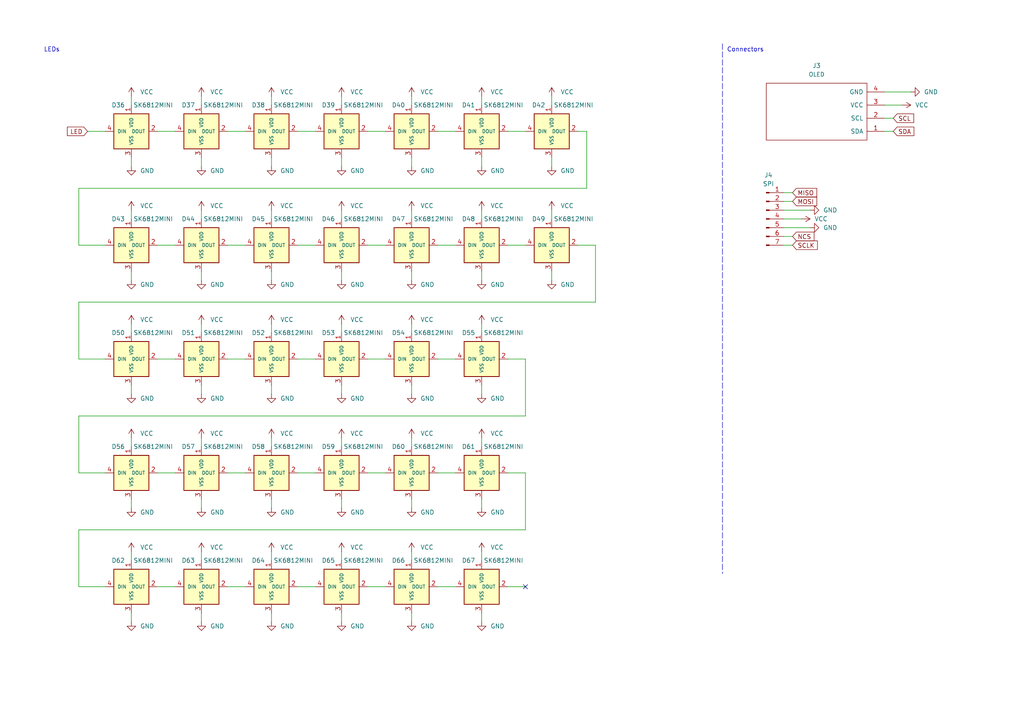
<source format=kicad_sch>
(kicad_sch (version 20211123) (generator eeschema)
  (paper "A4")
  (lib_symbols
    (symbol "ma8ic_split_69:Conn_01x07_Male" (pin_names (offset 1.016) hide)
      (property "Reference" "J" (at 0 10.16 0))
      (property "Value" "Conn_01x07_Male" (at 0 -10.16 0))
      (symbol "Conn_01x07_Male_1_1"
        (polyline (pts (xy 1.27 -7.62) (xy 0.8636 -7.62)) (stroke (width 0.1524)))
        (polyline (pts (xy 1.27 -5.08) (xy 0.8636 -5.08)) (stroke (width 0.1524)))
        (polyline (pts (xy 1.27 -2.54) (xy 0.8636 -2.54)) (stroke (width 0.1524)))
        (polyline (pts (xy 1.27 0) (xy 0.8636 0)) (stroke (width 0.1524)))
        (polyline (pts (xy 1.27 2.54) (xy 0.8636 2.54)) (stroke (width 0.1524)))
        (polyline (pts (xy 1.27 5.08) (xy 0.8636 5.08)) (stroke (width 0.1524)))
        (polyline (pts (xy 1.27 7.62) (xy 0.8636 7.62)) (stroke (width 0.1524)))
        (rectangle (start 0.8636 -7.493) (end 0 -7.747) (stroke (width 0.1524)) (fill (type outline)))
        (rectangle (start 0.8636 -4.953) (end 0 -5.207) (stroke (width 0.1524)) (fill (type outline)))
        (rectangle (start 0.8636 -2.413) (end 0 -2.667) (stroke (width 0.1524)) (fill (type outline)))
        (rectangle (start 0.8636 0.127) (end 0 -0.127) (stroke (width 0.1524)) (fill (type outline)))
        (rectangle (start 0.8636 2.667) (end 0 2.413) (stroke (width 0.1524)) (fill (type outline)))
        (rectangle (start 0.8636 5.207) (end 0 4.953) (stroke (width 0.1524)) (fill (type outline)))
        (rectangle (start 0.8636 7.747) (end 0 7.493) (stroke (width 0.1524)) (fill (type outline)))
        (pin passive line (at 5.08 7.62 180) (length 3.81) (name "Pin_1") (number "1"))
        (pin passive line (at 5.08 5.08 180) (length 3.81) (name "Pin_2") (number "2"))
        (pin passive line (at 5.08 2.54 180) (length 3.81) (name "Pin_3") (number "3"))
        (pin passive line (at 5.08 0 180) (length 3.81) (name "Pin_4") (number "4"))
        (pin passive line (at 5.08 -2.54 180) (length 3.81) (name "Pin_5") (number "5"))
        (pin passive line (at 5.08 -5.08 180) (length 3.81) (name "Pin_6") (number "6"))
        (pin passive line (at 5.08 -7.62 180) (length 3.81) (name "Pin_7") (number "7"))
      )
    )
    (symbol "ma8ic_split_69:GND" (power) (pin_names (offset 0))
      (property "Value" "GND" (at 0 -3.81 0))
      (symbol "GND_0_1"
        (polyline (pts (xy 0 0) (xy 0 -1.27) (xy 1.27 -1.27) (xy 0 -2.54) (xy -1.27 -1.27) (xy 0 -1.27)))
      )
      (symbol "GND_1_1"
        (pin power_in line (at 0 0 270) (length 0) hide (name "GND") (number "1"))
      )
    )
    (symbol "ma8ic_split_69:OLED" (pin_names (offset 1.016))
      (property "Reference" "J" (at 0 2.54 0))
      (property "Value" "OLED" (at 0 -1.27 0))
      (symbol "OLED_0_1"
        (rectangle (start -13.97 8.89) (end 15.24 -7.62))
      )
      (symbol "OLED_1_1"
        (pin bidirectional line (at -19.05 6.35 0) (length 5.08) (name "SDA") (number "1"))
        (pin bidirectional line (at -19.05 2.54 0) (length 5.08) (name "SCL") (number "2"))
        (pin power_in line (at -19.05 -1.27 0) (length 5.08) (name "VCC") (number "3"))
        (pin power_in line (at -19.05 -5.08 0) (length 5.08) (name "GND") (number "4"))
      )
    )
    (symbol "ma8ic_split_69:VCC" (power) (pin_names (offset 0))
      (property "Value" "VCC" (at 0 3.81 0))
      (symbol "VCC_0_1"
        (polyline (pts (xy -0.762 1.27) (xy 0 2.54)))
        (polyline (pts (xy 0 0) (xy 0 2.54)))
        (polyline (pts (xy 0 2.54) (xy 0.762 1.27)))
      )
      (symbol "VCC_1_1"
        (pin power_in line (at 0 0 90) (length 0) hide (name "VCC") (number "1"))
      )
    )
    (symbol "ma8ic_split_69:YS-SK6812MINI-E" (pin_names (offset 1.016))
      (property "Reference" "LED" (at 2.54 -7.62 0))
      (property "Value" "YS-SK6812MINI-E" (at 6.35 -6.35 0))
      (symbol "YS-SK6812MINI-E_0_1"
        (rectangle (start -5.08 5.08) (end 5.08 -5.08) (stroke (width 0.254)) (fill (type background)))
      )
      (symbol "YS-SK6812MINI-E_1_1"
        (pin power_in line (at 0 7.62 270) (length 2.54) (name "VDD") (number "1"))
        (pin output line (at 7.62 0 180) (length 2.54) (name "DOUT") (number "2"))
        (pin power_in line (at 0 -7.62 90) (length 2.54) (name "VSS") (number "3"))
        (pin input line (at -7.62 0 0) (length 2.54) (name "DIN") (number "4"))
      )
    )
  )
  (no_connect (at 152.4 170.18))
  (wire (pts (xy 45.72 38.1) (xy 50.8 38.1)))
  (wire (pts (xy 139.7 177.8) (xy 139.7 180.34)))
  (wire (pts (xy 256.54 34.29) (xy 259.08 34.29)))
  (wire (pts (xy 119.38 111.76) (xy 119.38 114.3)))
  (wire (pts (xy 22.86 137.16) (xy 30.48 137.16)))
  (wire (pts (xy 58.42 144.78) (xy 58.42 147.32)))
  (wire (pts (xy 22.86 104.14) (xy 30.48 104.14)))
  (wire (pts (xy 139.7 93.98) (xy 139.7 96.52)))
  (wire (pts (xy 66.04 71.12) (xy 71.12 71.12)))
  (wire (pts (xy 139.7 45.72) (xy 139.7 48.26)))
  (wire (pts (xy 58.42 127) (xy 58.42 129.54)))
  (wire (pts (xy 106.68 104.14) (xy 111.76 104.14)))
  (wire (pts (xy 66.04 137.16) (xy 71.12 137.16)))
  (wire (pts (xy 86.36 170.18) (xy 91.44 170.18)))
  (wire (pts (xy 227.33 60.96) (xy 234.95 60.96)))
  (wire (pts (xy 78.74 78.74) (xy 78.74 81.28)))
  (wire (pts (xy 106.68 137.16) (xy 111.76 137.16)))
  (wire (pts (xy 119.38 27.94) (xy 119.38 30.48)))
  (wire (pts (xy 78.74 27.94) (xy 78.74 30.48)))
  (wire (pts (xy 170.18 38.1) (xy 170.18 54.61)))
  (wire (pts (xy 99.06 60.96) (xy 99.06 63.5)))
  (wire (pts (xy 227.33 58.42) (xy 229.87 58.42)))
  (wire (pts (xy 58.42 60.96) (xy 58.42 63.5)))
  (wire (pts (xy 86.36 71.12) (xy 91.44 71.12)))
  (wire (pts (xy 147.32 71.12) (xy 152.4 71.12)))
  (wire (pts (xy 256.54 26.67) (xy 264.16 26.67)))
  (wire (pts (xy 99.06 27.94) (xy 99.06 30.48)))
  (wire (pts (xy 86.36 104.14) (xy 91.44 104.14)))
  (wire (pts (xy 99.06 160.02) (xy 99.06 162.56)))
  (wire (pts (xy 78.74 127) (xy 78.74 129.54)))
  (wire (pts (xy 139.7 111.76) (xy 139.7 114.3)))
  (wire (pts (xy 66.04 170.18) (xy 71.12 170.18)))
  (wire (pts (xy 38.1 93.98) (xy 38.1 96.52)))
  (wire (pts (xy 256.54 38.1) (xy 259.08 38.1)))
  (wire (pts (xy 45.72 71.12) (xy 50.8 71.12)))
  (wire (pts (xy 78.74 60.96) (xy 78.74 63.5)))
  (wire (pts (xy 38.1 127) (xy 38.1 129.54)))
  (wire (pts (xy 38.1 45.72) (xy 38.1 48.26)))
  (wire (pts (xy 22.86 120.65) (xy 22.86 137.16)))
  (wire (pts (xy 99.06 177.8) (xy 99.06 180.34)))
  (wire (pts (xy 25.4 38.1) (xy 30.48 38.1)))
  (wire (pts (xy 167.64 71.12) (xy 172.72 71.12)))
  (wire (pts (xy 99.06 78.74) (xy 99.06 81.28)))
  (wire (pts (xy 22.86 71.12) (xy 30.48 71.12)))
  (wire (pts (xy 58.42 160.02) (xy 58.42 162.56)))
  (wire (pts (xy 127 170.18) (xy 132.08 170.18)))
  (wire (pts (xy 99.06 45.72) (xy 99.06 48.26)))
  (wire (pts (xy 38.1 60.96) (xy 38.1 63.5)))
  (wire (pts (xy 160.02 45.72) (xy 160.02 48.26)))
  (wire (pts (xy 22.86 87.63) (xy 22.86 104.14)))
  (wire (pts (xy 58.42 45.72) (xy 58.42 48.26)))
  (wire (pts (xy 38.1 111.76) (xy 38.1 114.3)))
  (wire (pts (xy 99.06 127) (xy 99.06 129.54)))
  (wire (pts (xy 139.7 160.02) (xy 139.7 162.56)))
  (wire (pts (xy 139.7 127) (xy 139.7 129.54)))
  (wire (pts (xy 106.68 38.1) (xy 111.76 38.1)))
  (wire (pts (xy 119.38 127) (xy 119.38 129.54)))
  (wire (pts (xy 139.7 60.96) (xy 139.7 63.5)))
  (wire (pts (xy 172.72 71.12) (xy 172.72 87.63)))
  (wire (pts (xy 45.72 104.14) (xy 50.8 104.14)))
  (polyline (pts (xy 209.55 12.7) (xy 209.55 166.37)))
  (wire (pts (xy 147.32 104.14) (xy 152.4 104.14)))
  (wire (pts (xy 147.32 38.1) (xy 152.4 38.1)))
  (wire (pts (xy 152.4 120.65) (xy 22.86 120.65)))
  (wire (pts (xy 227.33 55.88) (xy 229.87 55.88)))
  (wire (pts (xy 45.72 137.16) (xy 50.8 137.16)))
  (wire (pts (xy 78.74 93.98) (xy 78.74 96.52)))
  (wire (pts (xy 152.4 153.67) (xy 22.86 153.67)))
  (wire (pts (xy 119.38 160.02) (xy 119.38 162.56)))
  (wire (pts (xy 127 104.14) (xy 132.08 104.14)))
  (wire (pts (xy 127 71.12) (xy 132.08 71.12)))
  (wire (pts (xy 78.74 177.8) (xy 78.74 180.34)))
  (wire (pts (xy 86.36 137.16) (xy 91.44 137.16)))
  (wire (pts (xy 160.02 27.94) (xy 160.02 30.48)))
  (wire (pts (xy 147.32 170.18) (xy 152.4 170.18)))
  (wire (pts (xy 160.02 60.96) (xy 160.02 63.5)))
  (wire (pts (xy 119.38 144.78) (xy 119.38 147.32)))
  (wire (pts (xy 227.33 63.5) (xy 232.41 63.5)))
  (wire (pts (xy 78.74 160.02) (xy 78.74 162.56)))
  (wire (pts (xy 106.68 170.18) (xy 111.76 170.18)))
  (wire (pts (xy 119.38 93.98) (xy 119.38 96.52)))
  (wire (pts (xy 127 38.1) (xy 132.08 38.1)))
  (wire (pts (xy 119.38 78.74) (xy 119.38 81.28)))
  (wire (pts (xy 119.38 45.72) (xy 119.38 48.26)))
  (wire (pts (xy 170.18 54.61) (xy 22.86 54.61)))
  (wire (pts (xy 99.06 111.76) (xy 99.06 114.3)))
  (wire (pts (xy 38.1 160.02) (xy 38.1 162.56)))
  (wire (pts (xy 256.54 30.48) (xy 261.62 30.48)))
  (wire (pts (xy 22.86 170.18) (xy 30.48 170.18)))
  (wire (pts (xy 78.74 111.76) (xy 78.74 114.3)))
  (wire (pts (xy 139.7 144.78) (xy 139.7 147.32)))
  (wire (pts (xy 119.38 177.8) (xy 119.38 180.34)))
  (wire (pts (xy 86.36 38.1) (xy 91.44 38.1)))
  (wire (pts (xy 152.4 137.16) (xy 152.4 153.67)))
  (wire (pts (xy 58.42 177.8) (xy 58.42 180.34)))
  (wire (pts (xy 58.42 27.94) (xy 58.42 30.48)))
  (wire (pts (xy 99.06 144.78) (xy 99.06 147.32)))
  (wire (pts (xy 22.86 153.67) (xy 22.86 170.18)))
  (wire (pts (xy 66.04 104.14) (xy 71.12 104.14)))
  (wire (pts (xy 227.33 71.12) (xy 229.87 71.12)))
  (wire (pts (xy 106.68 71.12) (xy 111.76 71.12)))
  (wire (pts (xy 38.1 78.74) (xy 38.1 81.28)))
  (wire (pts (xy 152.4 104.14) (xy 152.4 120.65)))
  (wire (pts (xy 78.74 144.78) (xy 78.74 147.32)))
  (wire (pts (xy 78.74 45.72) (xy 78.74 48.26)))
  (wire (pts (xy 139.7 78.74) (xy 139.7 81.28)))
  (wire (pts (xy 127 137.16) (xy 132.08 137.16)))
  (wire (pts (xy 45.72 170.18) (xy 50.8 170.18)))
  (wire (pts (xy 227.33 66.04) (xy 234.95 66.04)))
  (wire (pts (xy 139.7 27.94) (xy 139.7 30.48)))
  (wire (pts (xy 22.86 54.61) (xy 22.86 71.12)))
  (wire (pts (xy 38.1 27.94) (xy 38.1 30.48)))
  (wire (pts (xy 38.1 177.8) (xy 38.1 180.34)))
  (wire (pts (xy 58.42 111.76) (xy 58.42 114.3)))
  (wire (pts (xy 58.42 93.98) (xy 58.42 96.52)))
  (wire (pts (xy 227.33 68.58) (xy 229.87 68.58)))
  (wire (pts (xy 172.72 87.63) (xy 22.86 87.63)))
  (wire (pts (xy 167.64 38.1) (xy 170.18 38.1)))
  (wire (pts (xy 38.1 144.78) (xy 38.1 147.32)))
  (wire (pts (xy 147.32 137.16) (xy 152.4 137.16)))
  (wire (pts (xy 58.42 78.74) (xy 58.42 81.28)))
  (wire (pts (xy 99.06 93.98) (xy 99.06 96.52)))
  (wire (pts (xy 119.38 60.96) (xy 119.38 63.5)))
  (wire (pts (xy 66.04 38.1) (xy 71.12 38.1)))
  (wire (pts (xy 160.02 78.74) (xy 160.02 81.28)))
  (text "LEDs" (at 12.7 15.24 0) (effects (font (size 1.27 1.27)) (justify left bottom)))
  (text "Connectors" (at 210.82 15.24 0) (effects (font (size 1.27 1.27)) (justify left bottom)))
  (global_label "SCLK" (shape input) (at 229.87 71.12 0) (property "Intersheet References" "${INTERSHEET_REFS}" (effects hide)))
  (global_label "SCL" (shape input) (at 259.08 34.29 0) (property "Intersheet References" "${INTERSHEET_REFS}" (effects hide)))
  (global_label "NCS" (shape input) (at 229.87 68.58 0) (property "Intersheet References" "${INTERSHEET_REFS}" (effects hide)))
  (global_label "MOSI" (shape input) (at 229.87 58.42 0) (property "Intersheet References" "${INTERSHEET_REFS}" (effects hide)))
  (global_label "LED" (shape input) (at 25.4 38.1 180) (property "Intersheet References" "${INTERSHEET_REFS}" (effects hide)))
  (global_label "MISO" (shape input) (at 229.87 55.88 0) (property "Intersheet References" "${INTERSHEET_REFS}" (effects hide)))
  (global_label "SDA" (shape input) (at 259.08 38.1 0) (property "Intersheet References" "${INTERSHEET_REFS}" (effects hide)))
  (symbol (lib_id "ma8ic_split_69:VCC") (at 38.1 160.02 0) (unit 1)
    (property "Reference" "#PWR087" (effects hide))
    (property "Value" "VCC" (at 40.64 158.7499 0) (effects (justify left)))
  )
  (symbol (lib_id "ma8ic_split_69:YS-SK6812MINI-E") (at 99.06 104.14 0) (unit 1)
    (property "Reference" "D53" (at 95.25 96.52 0))
    (property "Value" "SK6812MINI" (at 105.41 96.52 0))
    (property "Footprint" "ma8ic_split_69:YS-SK6812MINI-E" (effects hide))
    (property "Datasheet" "https://cdn-shop.adafruit.com/product-files/2686/SK6812MINI_REV.01-1-2.pdf" (effects hide))
  )
  (symbol (lib_id "ma8ic_split_69:VCC") (at 78.74 127 0) (unit 1)
    (property "Reference" "#PWR077" (effects hide))
    (property "Value" "VCC" (at 81.28 125.7299 0) (effects (justify left)))
  )
  (symbol (lib_id "ma8ic_split_69:GND") (at 119.38 48.26 0) (unit 1)
    (property "Reference" "#PWR043" (effects hide))
    (property "Value" "GND" (at 121.92 49.5299 0) (effects (justify left)))
  )
  (symbol (lib_id "ma8ic_split_69:GND") (at 99.06 180.34 0) (unit 1)
    (property "Reference" "#PWR096" (effects hide))
    (property "Value" "GND" (at 101.6 181.6099 0) (effects (justify left)))
  )
  (symbol (lib_id "ma8ic_split_69:GND") (at 58.42 147.32 0) (unit 1)
    (property "Reference" "#PWR082" (effects hide))
    (property "Value" "GND" (at 60.96 148.5899 0) (effects (justify left)))
  )
  (symbol (lib_id "ma8ic_split_69:GND") (at 58.42 114.3 0) (unit 1)
    (property "Reference" "#PWR070" (effects hide))
    (property "Value" "GND" (at 60.96 115.5699 0) (effects (justify left)))
  )
  (symbol (lib_id "ma8ic_split_69:GND") (at 234.95 60.96 90) (unit 1)
    (property "Reference" "#PWR053" (effects hide))
    (property "Value" "GND" (at 238.76 60.9599 90) (effects (justify right)))
  )
  (symbol (lib_id "ma8ic_split_69:VCC") (at 58.42 60.96 0) (unit 1)
    (property "Reference" "#PWR047" (effects hide))
    (property "Value" "VCC" (at 60.96 59.6899 0) (effects (justify left)))
  )
  (symbol (lib_id "ma8ic_split_69:GND") (at 78.74 48.26 0) (unit 1)
    (property "Reference" "#PWR041" (effects hide))
    (property "Value" "GND" (at 81.28 49.5299 0) (effects (justify left)))
  )
  (symbol (lib_id "ma8ic_split_69:YS-SK6812MINI-E") (at 139.7 38.1 0) (unit 1)
    (property "Reference" "D41" (at 135.89 30.48 0))
    (property "Value" "SK6812MINI" (at 146.05 30.48 0))
    (property "Footprint" "ma8ic_split_69:YS-SK6812MINI-E" (effects hide))
    (property "Datasheet" "https://cdn-shop.adafruit.com/product-files/2686/SK6812MINI_REV.01-1-2.pdf" (effects hide))
  )
  (symbol (lib_id "ma8ic_split_69:YS-SK6812MINI-E") (at 119.38 137.16 0) (unit 1)
    (property "Reference" "D60" (at 115.57 129.54 0))
    (property "Value" "SK6812MINI" (at 125.73 129.54 0))
    (property "Footprint" "ma8ic_split_69:YS-SK6812MINI-E" (effects hide))
    (property "Datasheet" "https://cdn-shop.adafruit.com/product-files/2686/SK6812MINI_REV.01-1-2.pdf" (effects hide))
  )
  (symbol (lib_id "ma8ic_split_69:GND") (at 78.74 81.28 0) (unit 1)
    (property "Reference" "#PWR058" (effects hide))
    (property "Value" "GND" (at 81.28 82.5499 0) (effects (justify left)))
  )
  (symbol (lib_id "ma8ic_split_69:VCC") (at 99.06 60.96 0) (unit 1)
    (property "Reference" "#PWR049" (effects hide))
    (property "Value" "VCC" (at 101.6 59.6899 0) (effects (justify left)))
  )
  (symbol (lib_id "ma8ic_split_69:VCC") (at 38.1 127 0) (unit 1)
    (property "Reference" "#PWR075" (effects hide))
    (property "Value" "VCC" (at 40.64 125.7299 0) (effects (justify left)))
  )
  (symbol (lib_id "ma8ic_split_69:YS-SK6812MINI-E") (at 139.7 71.12 0) (unit 1)
    (property "Reference" "D48" (at 135.89 63.5 0))
    (property "Value" "SK6812MINI" (at 146.05 63.5 0))
    (property "Footprint" "ma8ic_split_69:YS-SK6812MINI-E" (effects hide))
    (property "Datasheet" "https://cdn-shop.adafruit.com/product-files/2686/SK6812MINI_REV.01-1-2.pdf" (effects hide))
  )
  (symbol (lib_id "ma8ic_split_69:GND") (at 139.7 147.32 0) (unit 1)
    (property "Reference" "#PWR086" (effects hide))
    (property "Value" "GND" (at 142.24 148.5899 0) (effects (justify left)))
  )
  (symbol (lib_id "ma8ic_split_69:GND") (at 99.06 81.28 0) (unit 1)
    (property "Reference" "#PWR059" (effects hide))
    (property "Value" "GND" (at 101.6 82.5499 0) (effects (justify left)))
  )
  (symbol (lib_id "ma8ic_split_69:GND") (at 139.7 114.3 0) (unit 1)
    (property "Reference" "#PWR074" (effects hide))
    (property "Value" "GND" (at 142.24 115.5699 0) (effects (justify left)))
  )
  (symbol (lib_id "ma8ic_split_69:VCC") (at 261.62 30.48 270) (unit 1)
    (property "Reference" "#PWR038" (effects hide))
    (property "Value" "VCC" (at 265.43 30.4799 90) (effects (justify left)))
  )
  (symbol (lib_id "ma8ic_split_69:YS-SK6812MINI-E") (at 78.74 71.12 0) (unit 1)
    (property "Reference" "D45" (at 74.93 63.5 0))
    (property "Value" "SK6812MINI" (at 85.09 63.5 0))
    (property "Footprint" "ma8ic_split_69:YS-SK6812MINI-E" (effects hide))
    (property "Datasheet" "https://cdn-shop.adafruit.com/product-files/2686/SK6812MINI_REV.01-1-2.pdf" (effects hide))
  )
  (symbol (lib_id "ma8ic_split_69:GND") (at 119.38 147.32 0) (unit 1)
    (property "Reference" "#PWR085" (effects hide))
    (property "Value" "GND" (at 121.92 148.5899 0) (effects (justify left)))
  )
  (symbol (lib_id "ma8ic_split_69:GND") (at 58.42 48.26 0) (unit 1)
    (property "Reference" "#PWR040" (effects hide))
    (property "Value" "GND" (at 60.96 49.5299 0) (effects (justify left)))
  )
  (symbol (lib_id "ma8ic_split_69:YS-SK6812MINI-E") (at 58.42 104.14 0) (unit 1)
    (property "Reference" "D51" (at 54.61 96.52 0))
    (property "Value" "SK6812MINI" (at 64.77 96.52 0))
    (property "Footprint" "ma8ic_split_69:YS-SK6812MINI-E" (effects hide))
    (property "Datasheet" "https://cdn-shop.adafruit.com/product-files/2686/SK6812MINI_REV.01-1-2.pdf" (effects hide))
  )
  (symbol (lib_id "ma8ic_split_69:YS-SK6812MINI-E") (at 139.7 104.14 0) (unit 1)
    (property "Reference" "D55" (at 135.89 96.52 0))
    (property "Value" "SK6812MINI" (at 146.05 96.52 0))
    (property "Footprint" "ma8ic_split_69:YS-SK6812MINI-E" (effects hide))
    (property "Datasheet" "https://cdn-shop.adafruit.com/product-files/2686/SK6812MINI_REV.01-1-2.pdf" (effects hide))
  )
  (symbol (lib_id "ma8ic_split_69:GND") (at 139.7 180.34 0) (unit 1)
    (property "Reference" "#PWR098" (effects hide))
    (property "Value" "GND" (at 142.24 181.6099 0) (effects (justify left)))
  )
  (symbol (lib_id "ma8ic_split_69:YS-SK6812MINI-E") (at 38.1 104.14 0) (unit 1)
    (property "Reference" "D50" (at 34.29 96.52 0))
    (property "Value" "SK6812MINI" (at 44.45 96.52 0))
    (property "Footprint" "ma8ic_split_69:YS-SK6812MINI-E" (effects hide))
    (property "Datasheet" "https://cdn-shop.adafruit.com/product-files/2686/SK6812MINI_REV.01-1-2.pdf" (effects hide))
  )
  (symbol (lib_id "ma8ic_split_69:YS-SK6812MINI-E") (at 139.7 137.16 0) (unit 1)
    (property "Reference" "D61" (at 135.89 129.54 0))
    (property "Value" "SK6812MINI" (at 146.05 129.54 0))
    (property "Footprint" "ma8ic_split_69:YS-SK6812MINI-E" (effects hide))
    (property "Datasheet" "https://cdn-shop.adafruit.com/product-files/2686/SK6812MINI_REV.01-1-2.pdf" (effects hide))
  )
  (symbol (lib_id "ma8ic_split_69:GND") (at 160.02 48.26 0) (unit 1)
    (property "Reference" "#PWR045" (effects hide))
    (property "Value" "GND" (at 162.56 49.5299 0) (effects (justify left)))
  )
  (symbol (lib_id "ma8ic_split_69:VCC") (at 119.38 60.96 0) (unit 1)
    (property "Reference" "#PWR050" (effects hide))
    (property "Value" "VCC" (at 121.92 59.6899 0) (effects (justify left)))
  )
  (symbol (lib_id "ma8ic_split_69:VCC") (at 119.38 27.94 0) (unit 1)
    (property "Reference" "#PWR035" (effects hide))
    (property "Value" "VCC" (at 121.92 26.6699 0) (effects (justify left)))
  )
  (symbol (lib_id "ma8ic_split_69:GND") (at 38.1 114.3 0) (unit 1)
    (property "Reference" "#PWR069" (effects hide))
    (property "Value" "GND" (at 40.64 115.5699 0) (effects (justify left)))
  )
  (symbol (lib_id "ma8ic_split_69:GND") (at 38.1 147.32 0) (unit 1)
    (property "Reference" "#PWR081" (effects hide))
    (property "Value" "GND" (at 40.64 148.5899 0) (effects (justify left)))
  )
  (symbol (lib_id "ma8ic_split_69:YS-SK6812MINI-E") (at 58.42 71.12 0) (unit 1)
    (property "Reference" "D44" (at 54.61 63.5 0))
    (property "Value" "SK6812MINI" (at 64.77 63.5 0))
    (property "Footprint" "ma8ic_split_69:YS-SK6812MINI-E" (effects hide))
    (property "Datasheet" "https://cdn-shop.adafruit.com/product-files/2686/SK6812MINI_REV.01-1-2.pdf" (effects hide))
  )
  (symbol (lib_id "ma8ic_split_69:GND") (at 139.7 81.28 0) (unit 1)
    (property "Reference" "#PWR061" (effects hide))
    (property "Value" "GND" (at 142.24 82.5499 0) (effects (justify left)))
  )
  (symbol (lib_id "ma8ic_split_69:VCC") (at 119.38 93.98 0) (unit 1)
    (property "Reference" "#PWR067" (effects hide))
    (property "Value" "VCC" (at 121.92 92.7099 0) (effects (justify left)))
  )
  (symbol (lib_id "ma8ic_split_69:GND") (at 78.74 180.34 0) (unit 1)
    (property "Reference" "#PWR095" (effects hide))
    (property "Value" "GND" (at 81.28 181.6099 0) (effects (justify left)))
  )
  (symbol (lib_id "ma8ic_split_69:VCC") (at 58.42 160.02 0) (unit 1)
    (property "Reference" "#PWR088" (effects hide))
    (property "Value" "VCC" (at 60.96 158.7499 0) (effects (justify left)))
  )
  (symbol (lib_id "ma8ic_split_69:GND") (at 58.42 81.28 0) (unit 1)
    (property "Reference" "#PWR057" (effects hide))
    (property "Value" "GND" (at 60.96 82.5499 0) (effects (justify left)))
  )
  (symbol (lib_id "ma8ic_split_69:YS-SK6812MINI-E") (at 119.38 104.14 0) (unit 1)
    (property "Reference" "D54" (at 115.57 96.52 0))
    (property "Value" "SK6812MINI" (at 125.73 96.52 0))
    (property "Footprint" "ma8ic_split_69:YS-SK6812MINI-E" (effects hide))
    (property "Datasheet" "https://cdn-shop.adafruit.com/product-files/2686/SK6812MINI_REV.01-1-2.pdf" (effects hide))
  )
  (symbol (lib_id "ma8ic_split_69:VCC") (at 78.74 27.94 0) (unit 1)
    (property "Reference" "#PWR033" (effects hide))
    (property "Value" "VCC" (at 81.28 26.6699 0) (effects (justify left)))
  )
  (symbol (lib_id "ma8ic_split_69:VCC") (at 232.41 63.5 270) (unit 1)
    (property "Reference" "#PWR054" (effects hide))
    (property "Value" "VCC" (at 236.22 63.4999 90) (effects (justify left)))
  )
  (symbol (lib_id "ma8ic_split_69:GND") (at 234.95 66.04 90) (unit 1)
    (property "Reference" "#PWR055" (effects hide))
    (property "Value" "GND" (at 238.76 66.0399 90) (effects (justify right)))
  )
  (symbol (lib_id "ma8ic_split_69:YS-SK6812MINI-E") (at 139.7 170.18 0) (unit 1)
    (property "Reference" "D67" (at 135.89 162.56 0))
    (property "Value" "SK6812MINI" (at 146.05 162.56 0))
    (property "Footprint" "ma8ic_split_69:YS-SK6812MINI-E" (effects hide))
    (property "Datasheet" "https://cdn-shop.adafruit.com/product-files/2686/SK6812MINI_REV.01-1-2.pdf" (effects hide))
  )
  (symbol (lib_id "ma8ic_split_69:VCC") (at 38.1 93.98 0) (unit 1)
    (property "Reference" "#PWR063" (effects hide))
    (property "Value" "VCC" (at 40.64 92.7099 0) (effects (justify left)))
  )
  (symbol (lib_id "ma8ic_split_69:GND") (at 119.38 81.28 0) (unit 1)
    (property "Reference" "#PWR060" (effects hide))
    (property "Value" "GND" (at 121.92 82.5499 0) (effects (justify left)))
  )
  (symbol (lib_id "ma8ic_split_69:YS-SK6812MINI-E") (at 58.42 38.1 0) (unit 1)
    (property "Reference" "D37" (at 54.61 30.48 0))
    (property "Value" "SK6812MINI" (at 64.77 30.48 0))
    (property "Footprint" "ma8ic_split_69:YS-SK6812MINI-E" (effects hide))
    (property "Datasheet" "https://cdn-shop.adafruit.com/product-files/2686/SK6812MINI_REV.01-1-2.pdf" (effects hide))
  )
  (symbol (lib_id "ma8ic_split_69:VCC") (at 58.42 127 0) (unit 1)
    (property "Reference" "#PWR076" (effects hide))
    (property "Value" "VCC" (at 60.96 125.7299 0) (effects (justify left)))
  )
  (symbol (lib_id "ma8ic_split_69:YS-SK6812MINI-E") (at 99.06 38.1 0) (unit 1)
    (property "Reference" "D39" (at 95.25 30.48 0))
    (property "Value" "SK6812MINI" (at 105.41 30.48 0))
    (property "Footprint" "ma8ic_split_69:YS-SK6812MINI-E" (effects hide))
    (property "Datasheet" "https://cdn-shop.adafruit.com/product-files/2686/SK6812MINI_REV.01-1-2.pdf" (effects hide))
  )
  (symbol (lib_id "ma8ic_split_69:YS-SK6812MINI-E") (at 119.38 170.18 0) (unit 1)
    (property "Reference" "D66" (at 115.57 162.56 0))
    (property "Value" "SK6812MINI" (at 125.73 162.56 0))
    (property "Footprint" "ma8ic_split_69:YS-SK6812MINI-E" (effects hide))
    (property "Datasheet" "https://cdn-shop.adafruit.com/product-files/2686/SK6812MINI_REV.01-1-2.pdf" (effects hide))
  )
  (symbol (lib_id "ma8ic_split_69:VCC") (at 99.06 127 0) (unit 1)
    (property "Reference" "#PWR078" (effects hide))
    (property "Value" "VCC" (at 101.6 125.7299 0) (effects (justify left)))
  )
  (symbol (lib_id "ma8ic_split_69:GND") (at 160.02 81.28 0) (unit 1)
    (property "Reference" "#PWR062" (effects hide))
    (property "Value" "GND" (at 162.56 82.5499 0) (effects (justify left)))
  )
  (symbol (lib_id "ma8ic_split_69:YS-SK6812MINI-E") (at 160.02 71.12 0) (unit 1)
    (property "Reference" "D49" (at 156.21 63.5 0))
    (property "Value" "SK6812MINI" (at 166.37 63.5 0))
    (property "Footprint" "ma8ic_split_69:YS-SK6812MINI-E" (effects hide))
    (property "Datasheet" "https://cdn-shop.adafruit.com/product-files/2686/SK6812MINI_REV.01-1-2.pdf" (effects hide))
  )
  (symbol (lib_id "ma8ic_split_69:YS-SK6812MINI-E") (at 99.06 71.12 0) (unit 1)
    (property "Reference" "D46" (at 95.25 63.5 0))
    (property "Value" "SK6812MINI" (at 105.41 63.5 0))
    (property "Footprint" "ma8ic_split_69:YS-SK6812MINI-E" (effects hide))
    (property "Datasheet" "https://cdn-shop.adafruit.com/product-files/2686/SK6812MINI_REV.01-1-2.pdf" (effects hide))
  )
  (symbol (lib_id "ma8ic_split_69:VCC") (at 78.74 93.98 0) (unit 1)
    (property "Reference" "#PWR065" (effects hide))
    (property "Value" "VCC" (at 81.28 92.7099 0) (effects (justify left)))
  )
  (symbol (lib_id "ma8ic_split_69:VCC") (at 99.06 27.94 0) (unit 1)
    (property "Reference" "#PWR034" (effects hide))
    (property "Value" "VCC" (at 101.6 26.6699 0) (effects (justify left)))
  )
  (symbol (lib_id "ma8ic_split_69:YS-SK6812MINI-E") (at 78.74 104.14 0) (unit 1)
    (property "Reference" "D52" (at 74.93 96.52 0))
    (property "Value" "SK6812MINI" (at 85.09 96.52 0))
    (property "Footprint" "ma8ic_split_69:YS-SK6812MINI-E" (effects hide))
    (property "Datasheet" "https://cdn-shop.adafruit.com/product-files/2686/SK6812MINI_REV.01-1-2.pdf" (effects hide))
  )
  (symbol (lib_id "ma8ic_split_69:VCC") (at 160.02 60.96 0) (unit 1)
    (property "Reference" "#PWR052" (effects hide))
    (property "Value" "VCC" (at 162.56 59.6899 0) (effects (justify left)))
  )
  (symbol (lib_id "ma8ic_split_69:OLED") (at 237.49 31.75 180) (unit 1)
    (property "Reference" "J3" (at 236.855 19.05 0) (effects (font (size 1.2954 1.2954))))
    (property "Value" "OLED" (at 236.855 21.59 0) (effects (font (size 1.1938 1.1938))))
    (property "Footprint" "ma8ic_split_69:OLED_v2" (effects hide))
  )
  (symbol (lib_id "ma8ic_split_69:GND") (at 38.1 81.28 0) (unit 1)
    (property "Reference" "#PWR056" (effects hide))
    (property "Value" "GND" (at 40.64 82.5499 0) (effects (justify left)))
  )
  (symbol (lib_id "ma8ic_split_69:VCC") (at 160.02 27.94 0) (unit 1)
    (property "Reference" "#PWR037" (effects hide))
    (property "Value" "VCC" (at 162.56 26.6699 0) (effects (justify left)))
  )
  (symbol (lib_id "ma8ic_split_69:YS-SK6812MINI-E") (at 38.1 71.12 0) (unit 1)
    (property "Reference" "D43" (at 34.29 63.5 0))
    (property "Value" "SK6812MINI" (at 44.45 63.5 0))
    (property "Footprint" "ma8ic_split_69:YS-SK6812MINI-E" (effects hide))
    (property "Datasheet" "https://cdn-shop.adafruit.com/product-files/2686/SK6812MINI_REV.01-1-2.pdf" (effects hide))
  )
  (symbol (lib_id "ma8ic_split_69:VCC") (at 119.38 160.02 0) (unit 1)
    (property "Reference" "#PWR091" (effects hide))
    (property "Value" "VCC" (at 121.92 158.7499 0) (effects (justify left)))
  )
  (symbol (lib_id "ma8ic_split_69:YS-SK6812MINI-E") (at 119.38 71.12 0) (unit 1)
    (property "Reference" "D47" (at 115.57 63.5 0))
    (property "Value" "SK6812MINI" (at 125.73 63.5 0))
    (property "Footprint" "ma8ic_split_69:YS-SK6812MINI-E" (effects hide))
    (property "Datasheet" "https://cdn-shop.adafruit.com/product-files/2686/SK6812MINI_REV.01-1-2.pdf" (effects hide))
  )
  (symbol (lib_id "ma8ic_split_69:YS-SK6812MINI-E") (at 38.1 137.16 0) (unit 1)
    (property "Reference" "D56" (at 34.29 129.54 0))
    (property "Value" "SK6812MINI" (at 44.45 129.54 0))
    (property "Footprint" "ma8ic_split_69:YS-SK6812MINI-E" (effects hide))
    (property "Datasheet" "https://cdn-shop.adafruit.com/product-files/2686/SK6812MINI_REV.01-1-2.pdf" (effects hide))
  )
  (symbol (lib_id "ma8ic_split_69:YS-SK6812MINI-E") (at 58.42 137.16 0) (unit 1)
    (property "Reference" "D57" (at 54.61 129.54 0))
    (property "Value" "SK6812MINI" (at 64.77 129.54 0))
    (property "Footprint" "ma8ic_split_69:YS-SK6812MINI-E" (effects hide))
    (property "Datasheet" "https://cdn-shop.adafruit.com/product-files/2686/SK6812MINI_REV.01-1-2.pdf" (effects hide))
  )
  (symbol (lib_id "ma8ic_split_69:VCC") (at 78.74 60.96 0) (unit 1)
    (property "Reference" "#PWR048" (effects hide))
    (property "Value" "VCC" (at 81.28 59.6899 0) (effects (justify left)))
  )
  (symbol (lib_id "ma8ic_split_69:YS-SK6812MINI-E") (at 160.02 38.1 0) (unit 1)
    (property "Reference" "D42" (at 156.21 30.48 0))
    (property "Value" "SK6812MINI" (at 166.37 30.48 0))
    (property "Footprint" "ma8ic_split_69:YS-SK6812MINI-E" (effects hide))
    (property "Datasheet" "https://cdn-shop.adafruit.com/product-files/2686/SK6812MINI_REV.01-1-2.pdf" (effects hide))
  )
  (symbol (lib_id "ma8ic_split_69:GND") (at 119.38 114.3 0) (unit 1)
    (property "Reference" "#PWR073" (effects hide))
    (property "Value" "GND" (at 121.92 115.5699 0) (effects (justify left)))
  )
  (symbol (lib_id "ma8ic_split_69:VCC") (at 119.38 127 0) (unit 1)
    (property "Reference" "#PWR079" (effects hide))
    (property "Value" "VCC" (at 121.92 125.7299 0) (effects (justify left)))
  )
  (symbol (lib_id "ma8ic_split_69:VCC") (at 139.7 93.98 0) (unit 1)
    (property "Reference" "#PWR068" (effects hide))
    (property "Value" "VCC" (at 142.24 92.7099 0) (effects (justify left)))
  )
  (symbol (lib_id "ma8ic_split_69:GND") (at 78.74 147.32 0) (unit 1)
    (property "Reference" "#PWR083" (effects hide))
    (property "Value" "GND" (at 81.28 148.5899 0) (effects (justify left)))
  )
  (symbol (lib_id "ma8ic_split_69:YS-SK6812MINI-E") (at 99.06 170.18 0) (unit 1)
    (property "Reference" "D65" (at 95.25 162.56 0))
    (property "Value" "SK6812MINI" (at 105.41 162.56 0))
    (property "Footprint" "ma8ic_split_69:YS-SK6812MINI-E" (effects hide))
    (property "Datasheet" "https://cdn-shop.adafruit.com/product-files/2686/SK6812MINI_REV.01-1-2.pdf" (effects hide))
  )
  (symbol (lib_id "ma8ic_split_69:YS-SK6812MINI-E") (at 78.74 137.16 0) (unit 1)
    (property "Reference" "D58" (at 74.93 129.54 0))
    (property "Value" "SK6812MINI" (at 85.09 129.54 0))
    (property "Footprint" "ma8ic_split_69:YS-SK6812MINI-E" (effects hide))
    (property "Datasheet" "https://cdn-shop.adafruit.com/product-files/2686/SK6812MINI_REV.01-1-2.pdf" (effects hide))
  )
  (symbol (lib_id "ma8ic_split_69:VCC") (at 139.7 160.02 0) (unit 1)
    (property "Reference" "#PWR092" (effects hide))
    (property "Value" "VCC" (at 142.24 158.7499 0) (effects (justify left)))
  )
  (symbol (lib_id "ma8ic_split_69:GND") (at 99.06 147.32 0) (unit 1)
    (property "Reference" "#PWR084" (effects hide))
    (property "Value" "GND" (at 101.6 148.5899 0) (effects (justify left)))
  )
  (symbol (lib_id "ma8ic_split_69:VCC") (at 58.42 93.98 0) (unit 1)
    (property "Reference" "#PWR064" (effects hide))
    (property "Value" "VCC" (at 60.96 92.7099 0) (effects (justify left)))
  )
  (symbol (lib_id "ma8ic_split_69:VCC") (at 58.42 27.94 0) (unit 1)
    (property "Reference" "#PWR032" (effects hide))
    (property "Value" "VCC" (at 60.96 26.6699 0) (effects (justify left)))
  )
  (symbol (lib_id "ma8ic_split_69:GND") (at 119.38 180.34 0) (unit 1)
    (property "Reference" "#PWR097" (effects hide))
    (property "Value" "GND" (at 121.92 181.6099 0) (effects (justify left)))
  )
  (symbol (lib_id "ma8ic_split_69:GND") (at 264.16 26.67 90) (unit 1)
    (property "Reference" "#PWR030" (effects hide))
    (property "Value" "GND" (at 267.97 26.6699 90) (effects (justify right)))
  )
  (symbol (lib_id "ma8ic_split_69:GND") (at 38.1 48.26 0) (unit 1)
    (property "Reference" "#PWR039" (effects hide))
    (property "Value" "GND" (at 40.64 49.5299 0) (effects (justify left)))
  )
  (symbol (lib_id "ma8ic_split_69:YS-SK6812MINI-E") (at 119.38 38.1 0) (unit 1)
    (property "Reference" "D40" (at 115.57 30.48 0))
    (property "Value" "SK6812MINI" (at 125.73 30.48 0))
    (property "Footprint" "ma8ic_split_69:YS-SK6812MINI-E" (effects hide))
    (property "Datasheet" "https://cdn-shop.adafruit.com/product-files/2686/SK6812MINI_REV.01-1-2.pdf" (effects hide))
  )
  (symbol (lib_id "ma8ic_split_69:VCC") (at 38.1 27.94 0) (unit 1)
    (property "Reference" "#PWR031" (effects hide))
    (property "Value" "VCC" (at 40.64 26.6699 0) (effects (justify left)))
  )
  (symbol (lib_id "ma8ic_split_69:YS-SK6812MINI-E") (at 99.06 137.16 0) (unit 1)
    (property "Reference" "D59" (at 95.25 129.54 0))
    (property "Value" "SK6812MINI" (at 105.41 129.54 0))
    (property "Footprint" "ma8ic_split_69:YS-SK6812MINI-E" (effects hide))
    (property "Datasheet" "https://cdn-shop.adafruit.com/product-files/2686/SK6812MINI_REV.01-1-2.pdf" (effects hide))
  )
  (symbol (lib_id "ma8ic_split_69:Conn_01x07_Male") (at 222.25 63.5 0) (unit 1)
    (property "Reference" "J4" (at 222.885 50.8 0))
    (property "Value" "SPI" (at 222.885 53.34 0))
    (property "Footprint" "ma8ic_split_69:PinSocket_1x07_P2.54mm_Vertical" (effects hide))
  )
  (symbol (lib_id "ma8ic_split_69:YS-SK6812MINI-E") (at 38.1 38.1 0) (unit 1)
    (property "Reference" "D36" (at 34.29 30.48 0))
    (property "Value" "SK6812MINI" (at 44.45 30.48 0))
    (property "Footprint" "ma8ic_split_69:YS-SK6812MINI-E" (effects hide))
    (property "Datasheet" "https://cdn-shop.adafruit.com/product-files/2686/SK6812MINI_REV.01-1-2.pdf" (effects hide))
  )
  (symbol (lib_id "ma8ic_split_69:GND") (at 139.7 48.26 0) (unit 1)
    (property "Reference" "#PWR044" (effects hide))
    (property "Value" "GND" (at 142.24 49.5299 0) (effects (justify left)))
  )
  (symbol (lib_id "ma8ic_split_69:GND") (at 99.06 114.3 0) (unit 1)
    (property "Reference" "#PWR072" (effects hide))
    (property "Value" "GND" (at 101.6 115.5699 0) (effects (justify left)))
  )
  (symbol (lib_id "ma8ic_split_69:VCC") (at 139.7 127 0) (unit 1)
    (property "Reference" "#PWR080" (effects hide))
    (property "Value" "VCC" (at 142.24 125.7299 0) (effects (justify left)))
  )
  (symbol (lib_id "ma8ic_split_69:VCC") (at 139.7 27.94 0) (unit 1)
    (property "Reference" "#PWR036" (effects hide))
    (property "Value" "VCC" (at 142.24 26.6699 0) (effects (justify left)))
  )
  (symbol (lib_id "ma8ic_split_69:VCC") (at 139.7 60.96 0) (unit 1)
    (property "Reference" "#PWR051" (effects hide))
    (property "Value" "VCC" (at 142.24 59.6899 0) (effects (justify left)))
  )
  (symbol (lib_id "ma8ic_split_69:GND") (at 38.1 180.34 0) (unit 1)
    (property "Reference" "#PWR093" (effects hide))
    (property "Value" "GND" (at 40.64 181.6099 0) (effects (justify left)))
  )
  (symbol (lib_id "ma8ic_split_69:YS-SK6812MINI-E") (at 58.42 170.18 0) (unit 1)
    (property "Reference" "D63" (at 54.61 162.56 0))
    (property "Value" "SK6812MINI" (at 64.77 162.56 0))
    (property "Footprint" "ma8ic_split_69:YS-SK6812MINI-E" (effects hide))
    (property "Datasheet" "https://cdn-shop.adafruit.com/product-files/2686/SK6812MINI_REV.01-1-2.pdf" (effects hide))
  )
  (symbol (lib_id "ma8ic_split_69:VCC") (at 99.06 93.98 0) (unit 1)
    (property "Reference" "#PWR066" (effects hide))
    (property "Value" "VCC" (at 101.6 92.7099 0) (effects (justify left)))
  )
  (symbol (lib_id "ma8ic_split_69:VCC") (at 38.1 60.96 0) (unit 1)
    (property "Reference" "#PWR046" (effects hide))
    (property "Value" "VCC" (at 40.64 59.6899 0) (effects (justify left)))
  )
  (symbol (lib_id "ma8ic_split_69:VCC") (at 99.06 160.02 0) (unit 1)
    (property "Reference" "#PWR090" (effects hide))
    (property "Value" "VCC" (at 101.6 158.7499 0) (effects (justify left)))
  )
  (symbol (lib_id "ma8ic_split_69:GND") (at 58.42 180.34 0) (unit 1)
    (property "Reference" "#PWR094" (effects hide))
    (property "Value" "GND" (at 60.96 181.6099 0) (effects (justify left)))
  )
  (symbol (lib_id "ma8ic_split_69:YS-SK6812MINI-E") (at 78.74 170.18 0) (unit 1)
    (property "Reference" "D64" (at 74.93 162.56 0))
    (property "Value" "SK6812MINI" (at 85.09 162.56 0))
    (property "Footprint" "ma8ic_split_69:YS-SK6812MINI-E" (effects hide))
    (property "Datasheet" "https://cdn-shop.adafruit.com/product-files/2686/SK6812MINI_REV.01-1-2.pdf" (effects hide))
  )
  (symbol (lib_id "ma8ic_split_69:GND") (at 78.74 114.3 0) (unit 1)
    (property "Reference" "#PWR071" (effects hide))
    (property "Value" "GND" (at 81.28 115.5699 0) (effects (justify left)))
  )
  (symbol (lib_id "ma8ic_split_69:YS-SK6812MINI-E") (at 78.74 38.1 0) (unit 1)
    (property "Reference" "D38" (at 74.93 30.48 0))
    (property "Value" "SK6812MINI" (at 85.09 30.48 0))
    (property "Footprint" "ma8ic_split_69:YS-SK6812MINI-E" (effects hide))
    (property "Datasheet" "https://cdn-shop.adafruit.com/product-files/2686/SK6812MINI_REV.01-1-2.pdf" (effects hide))
  )
  (symbol (lib_id "ma8ic_split_69:GND") (at 99.06 48.26 0) (unit 1)
    (property "Reference" "#PWR042" (effects hide))
    (property "Value" "GND" (at 101.6 49.5299 0) (effects (justify left)))
  )
  (symbol (lib_id "ma8ic_split_69:VCC") (at 78.74 160.02 0) (unit 1)
    (property "Reference" "#PWR089" (effects hide))
    (property "Value" "VCC" (at 81.28 158.7499 0) (effects (justify left)))
  )
  (symbol (lib_id "ma8ic_split_69:YS-SK6812MINI-E") (at 38.1 170.18 0) (unit 1)
    (property "Reference" "D62" (at 34.29 162.56 0))
    (property "Value" "SK6812MINI" (at 44.45 162.56 0))
    (property "Footprint" "ma8ic_split_69:YS-SK6812MINI-E" (effects hide))
    (property "Datasheet" "https://cdn-shop.adafruit.com/product-files/2686/SK6812MINI_REV.01-1-2.pdf" (effects hide))
  )
)
</source>
